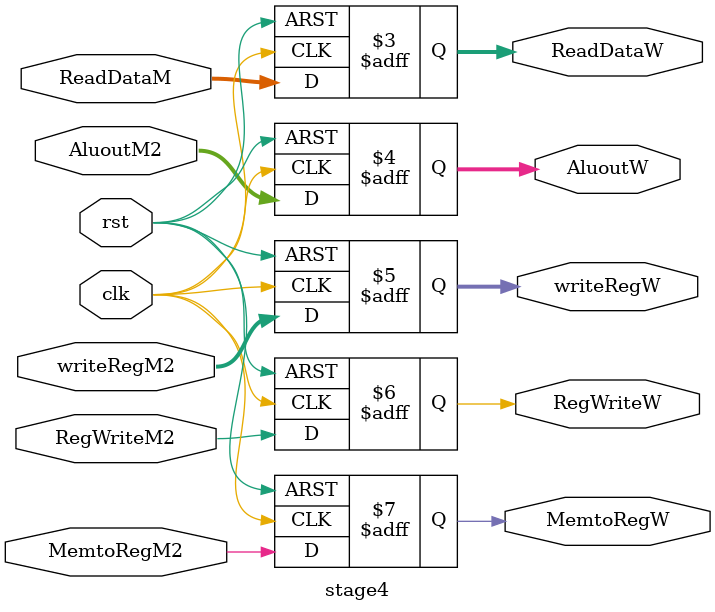
<source format=v>
module stage4(
    input [31:0]  ReadDataM,
    input [31:0]  AluoutM2,
    input [4:0]  writeRegM2,
    input RegWriteM2, MemtoRegM2, clk,rst,
    output reg [31:0] ReadDataW,
    output reg [31:0] AluoutW,
    output reg [4:0]  writeRegW,
    output reg RegWriteW, MemtoRegW
);

always @(posedge clk,negedge rst) begin
    if (!rst)begin
    ReadDataW <= 32'b0;
    AluoutW   <= 32'b0 ;
    writeRegW <= 5'b0;
    RegWriteW <= 1'b0;
    MemtoRegW <= 1'b0;
    end
    else begin
    ReadDataW <= ReadDataM;
    AluoutW   <= AluoutM2 ;
    writeRegW <= writeRegM2;
    RegWriteW <= RegWriteM2;
    MemtoRegW <= MemtoRegM2; 
    end   
end

endmodule
</source>
